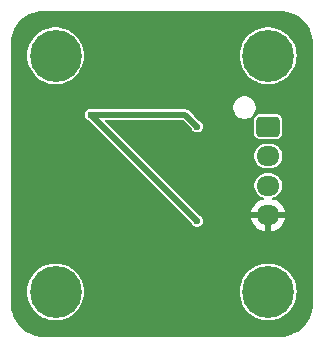
<source format=gbl>
%TF.GenerationSoftware,KiCad,Pcbnew,8.0.2*%
%TF.CreationDate,2024-12-26T16:28:57-05:00*%
%TF.ProjectId,Lumen Sensor,4c756d65-6e20-4536-956e-736f722e6b69,rev?*%
%TF.SameCoordinates,Original*%
%TF.FileFunction,Copper,L4,Bot*%
%TF.FilePolarity,Positive*%
%FSLAX46Y46*%
G04 Gerber Fmt 4.6, Leading zero omitted, Abs format (unit mm)*
G04 Created by KiCad (PCBNEW 8.0.2) date 2024-12-26 16:28:57*
%MOMM*%
%LPD*%
G01*
G04 APERTURE LIST*
G04 Aperture macros list*
%AMRoundRect*
0 Rectangle with rounded corners*
0 $1 Rounding radius*
0 $2 $3 $4 $5 $6 $7 $8 $9 X,Y pos of 4 corners*
0 Add a 4 corners polygon primitive as box body*
4,1,4,$2,$3,$4,$5,$6,$7,$8,$9,$2,$3,0*
0 Add four circle primitives for the rounded corners*
1,1,$1+$1,$2,$3*
1,1,$1+$1,$4,$5*
1,1,$1+$1,$6,$7*
1,1,$1+$1,$8,$9*
0 Add four rect primitives between the rounded corners*
20,1,$1+$1,$2,$3,$4,$5,0*
20,1,$1+$1,$4,$5,$6,$7,0*
20,1,$1+$1,$6,$7,$8,$9,0*
20,1,$1+$1,$8,$9,$2,$3,0*%
G04 Aperture macros list end*
%TA.AperFunction,ComponentPad*%
%ADD10C,4.400000*%
%TD*%
%TA.AperFunction,ComponentPad*%
%ADD11RoundRect,0.250000X-0.725000X0.600000X-0.725000X-0.600000X0.725000X-0.600000X0.725000X0.600000X0*%
%TD*%
%TA.AperFunction,ComponentPad*%
%ADD12O,1.950000X1.700000*%
%TD*%
%TA.AperFunction,ViaPad*%
%ADD13C,0.600000*%
%TD*%
%TA.AperFunction,Conductor*%
%ADD14C,0.500000*%
%TD*%
G04 APERTURE END LIST*
D10*
%TO.P,H2,1*%
%TO.N,N/C*%
X117000000Y-45000000D03*
%TD*%
%TO.P,H4,1*%
%TO.N,N/C*%
X117000000Y-65000000D03*
%TD*%
D11*
%TO.P,J1,1,Pin_1*%
%TO.N,VIN*%
X117000000Y-51000000D03*
D12*
%TO.P,J1,2,Pin_2*%
%TO.N,/Lumen Board/I2C.SDA*%
X117000000Y-53500000D03*
%TO.P,J1,3,Pin_3*%
%TO.N,/Lumen Board/I2C.SCL*%
X117000000Y-56000000D03*
%TO.P,J1,4,Pin_4*%
%TO.N,GND*%
X117000000Y-58500000D03*
%TD*%
D10*
%TO.P,H3,1*%
%TO.N,N/C*%
X99000000Y-65000000D03*
%TD*%
%TO.P,H1,1*%
%TO.N,N/C*%
X99000000Y-45000000D03*
%TD*%
D13*
%TO.N,GND*%
X96000000Y-61000000D03*
X120000000Y-53000000D03*
X96000000Y-63000000D03*
X96000000Y-57000000D03*
X103000000Y-42000000D03*
X104000000Y-49000000D03*
X111000000Y-68000000D03*
X115000000Y-60000000D03*
X109000000Y-64000000D03*
X98000000Y-60000000D03*
X114000000Y-66000000D03*
X110000000Y-66000000D03*
X100000000Y-51000000D03*
X103000000Y-68000000D03*
X115100000Y-52400000D03*
X112600000Y-57400000D03*
X98000000Y-62000000D03*
X107000000Y-52000000D03*
X111000000Y-42000000D03*
X108000000Y-66000000D03*
X120000000Y-57000000D03*
X110000000Y-48000000D03*
X110000000Y-62000000D03*
X107000000Y-64000000D03*
X100000000Y-49000000D03*
X102000000Y-66000000D03*
X120000000Y-55000000D03*
X107000000Y-68000000D03*
X112600000Y-52300000D03*
X96000000Y-59000000D03*
X96000000Y-49000000D03*
X108000000Y-62000000D03*
X120000000Y-59000000D03*
X113000000Y-68000000D03*
X109000000Y-68000000D03*
X120000000Y-65000000D03*
X99000000Y-42000000D03*
X120000000Y-63000000D03*
X105000000Y-48000000D03*
X103000000Y-64000000D03*
X119100000Y-67100000D03*
X96000000Y-47000000D03*
X105000000Y-64000000D03*
X116000000Y-62000000D03*
X106000000Y-66000000D03*
X114000000Y-62000000D03*
X104000000Y-62000000D03*
X111000000Y-64000000D03*
X107000000Y-60000000D03*
X101000000Y-68000000D03*
X114000000Y-45000000D03*
X96900000Y-67100000D03*
X118000000Y-62000000D03*
X105000000Y-68000000D03*
X96000000Y-51000000D03*
X100000000Y-58000000D03*
X112000000Y-62000000D03*
X112000000Y-66000000D03*
X120000000Y-51000000D03*
X108000000Y-58000000D03*
X96000000Y-65000000D03*
X103000000Y-60000000D03*
X109000000Y-52000000D03*
X119100000Y-42900000D03*
X96000000Y-55000000D03*
X113000000Y-42000000D03*
X115000000Y-42000000D03*
X120000000Y-45000000D03*
X98000000Y-48000000D03*
X117000000Y-48000000D03*
X115000000Y-68000000D03*
X111000000Y-60000000D03*
X107000000Y-42000000D03*
X98000000Y-50000000D03*
X98000000Y-52000000D03*
X99000000Y-68000000D03*
X96000000Y-53000000D03*
X117000000Y-68000000D03*
X105000000Y-60000000D03*
X102000000Y-53000000D03*
X105000000Y-57000000D03*
X105000000Y-42000000D03*
X120000000Y-49000000D03*
X113000000Y-60000000D03*
X109000000Y-60000000D03*
X115400000Y-57400000D03*
X106000000Y-62000000D03*
X120000000Y-47000000D03*
X117000000Y-42000000D03*
X96000000Y-45000000D03*
X101000000Y-42000000D03*
X104000000Y-47000000D03*
X113000000Y-64000000D03*
X106000000Y-58000000D03*
X120000000Y-61000000D03*
X109000000Y-42000000D03*
X102000000Y-62000000D03*
X100000000Y-61000000D03*
X96900000Y-42900000D03*
X104000000Y-66000000D03*
%TO.N,3V3*%
X111000000Y-59000000D03*
X102000000Y-50000000D03*
X111000000Y-51000000D03*
%TD*%
D14*
%TO.N,3V3*%
X110000000Y-50000000D02*
X102000000Y-50000000D01*
X111000000Y-51000000D02*
X110000000Y-50000000D01*
X102000000Y-50000000D02*
X111000000Y-59000000D01*
%TD*%
%TA.AperFunction,Conductor*%
%TO.N,GND*%
G36*
X118002065Y-41200614D02*
G01*
X118309309Y-41217869D01*
X118317543Y-41218798D01*
X118618855Y-41269992D01*
X118626923Y-41271833D01*
X118920633Y-41356450D01*
X118928447Y-41359184D01*
X119210817Y-41476146D01*
X119218293Y-41479746D01*
X119485784Y-41627583D01*
X119492811Y-41631999D01*
X119742070Y-41808858D01*
X119748558Y-41814031D01*
X119976452Y-42017689D01*
X119982319Y-42023557D01*
X120185970Y-42251442D01*
X120191133Y-42257914D01*
X120346338Y-42476656D01*
X120368001Y-42507187D01*
X120372416Y-42514214D01*
X120520253Y-42781705D01*
X120523853Y-42789181D01*
X120640811Y-43071542D01*
X120643552Y-43079375D01*
X120728161Y-43373063D01*
X120730007Y-43381153D01*
X120781200Y-43682449D01*
X120782130Y-43690696D01*
X120799384Y-43997915D01*
X120799500Y-44002064D01*
X120799501Y-65960119D01*
X120799501Y-65997917D01*
X120799385Y-66002066D01*
X120782130Y-66309303D01*
X120781200Y-66317549D01*
X120730009Y-66618844D01*
X120728163Y-66626935D01*
X120643552Y-66920624D01*
X120640811Y-66928457D01*
X120523853Y-67210817D01*
X120520253Y-67218293D01*
X120372413Y-67485791D01*
X120367997Y-67492818D01*
X120191146Y-67742065D01*
X120185973Y-67748553D01*
X119982315Y-67976447D01*
X119976447Y-67982315D01*
X119748553Y-68185973D01*
X119742065Y-68191146D01*
X119492818Y-68367997D01*
X119485791Y-68372413D01*
X119218293Y-68520253D01*
X119210817Y-68523853D01*
X118928457Y-68640811D01*
X118920624Y-68643552D01*
X118626935Y-68728163D01*
X118618844Y-68730009D01*
X118317549Y-68781200D01*
X118309303Y-68782130D01*
X118002067Y-68799385D01*
X117997918Y-68799501D01*
X98002079Y-68799501D01*
X97997930Y-68799385D01*
X97690695Y-68782132D01*
X97682448Y-68781202D01*
X97381150Y-68730009D01*
X97373060Y-68728163D01*
X97079373Y-68643554D01*
X97071540Y-68640813D01*
X96789180Y-68523855D01*
X96781704Y-68520255D01*
X96514207Y-68372415D01*
X96507180Y-68367999D01*
X96257932Y-68191147D01*
X96251445Y-68185974D01*
X96023551Y-67982317D01*
X96017682Y-67976448D01*
X95814025Y-67748554D01*
X95808852Y-67742067D01*
X95632000Y-67492819D01*
X95631999Y-67492818D01*
X95631996Y-67492813D01*
X95627588Y-67485799D01*
X95479743Y-67218293D01*
X95476144Y-67210819D01*
X95401584Y-67030816D01*
X95359182Y-66928449D01*
X95356448Y-66920636D01*
X95271835Y-66626935D01*
X95269990Y-66618849D01*
X95269989Y-66618844D01*
X95218796Y-66317545D01*
X95217867Y-66309304D01*
X95209411Y-66158737D01*
X95200615Y-66002103D01*
X95200499Y-65997954D01*
X95200499Y-64999999D01*
X96594754Y-64999999D01*
X96594754Y-65000000D01*
X96613719Y-65301447D01*
X96613722Y-65301470D01*
X96670318Y-65598157D01*
X96670322Y-65598173D01*
X96763654Y-65885419D01*
X96763656Y-65885423D01*
X96763658Y-65885427D01*
X96763659Y-65885430D01*
X96798805Y-65960119D01*
X96892267Y-66158737D01*
X97054114Y-66413767D01*
X97246647Y-66646500D01*
X97246650Y-66646502D01*
X97246651Y-66646504D01*
X97466838Y-66853274D01*
X97711205Y-67030816D01*
X97975896Y-67176332D01*
X98072697Y-67214658D01*
X98256730Y-67287522D01*
X98256734Y-67287524D01*
X98256738Y-67287525D01*
X98549302Y-67362642D01*
X98549298Y-67362642D01*
X98848965Y-67400499D01*
X98848972Y-67400500D01*
X98848973Y-67400500D01*
X99151028Y-67400500D01*
X99151031Y-67400499D01*
X99450698Y-67362642D01*
X99743262Y-67287525D01*
X100024104Y-67176332D01*
X100288795Y-67030816D01*
X100533162Y-66853274D01*
X100753349Y-66646504D01*
X100945885Y-66413768D01*
X101107733Y-66158736D01*
X101236341Y-65885430D01*
X101329681Y-65598160D01*
X101386280Y-65301457D01*
X101405246Y-65000000D01*
X101405246Y-64999999D01*
X114594754Y-64999999D01*
X114594754Y-65000000D01*
X114613719Y-65301447D01*
X114613722Y-65301470D01*
X114670318Y-65598157D01*
X114670322Y-65598173D01*
X114763654Y-65885419D01*
X114763656Y-65885423D01*
X114763658Y-65885427D01*
X114763659Y-65885430D01*
X114798805Y-65960119D01*
X114892267Y-66158737D01*
X115054114Y-66413767D01*
X115246647Y-66646500D01*
X115246650Y-66646502D01*
X115246651Y-66646504D01*
X115466838Y-66853274D01*
X115711205Y-67030816D01*
X115975896Y-67176332D01*
X116072697Y-67214658D01*
X116256730Y-67287522D01*
X116256734Y-67287524D01*
X116256738Y-67287525D01*
X116549302Y-67362642D01*
X116549298Y-67362642D01*
X116848965Y-67400499D01*
X116848972Y-67400500D01*
X116848973Y-67400500D01*
X117151028Y-67400500D01*
X117151031Y-67400499D01*
X117450698Y-67362642D01*
X117743262Y-67287525D01*
X118024104Y-67176332D01*
X118288795Y-67030816D01*
X118533162Y-66853274D01*
X118753349Y-66646504D01*
X118945885Y-66413768D01*
X119107733Y-66158736D01*
X119236341Y-65885430D01*
X119329681Y-65598160D01*
X119386280Y-65301457D01*
X119405246Y-65000000D01*
X119386280Y-64698543D01*
X119329681Y-64401840D01*
X119329678Y-64401833D01*
X119329677Y-64401826D01*
X119236345Y-64114580D01*
X119236343Y-64114576D01*
X119236342Y-64114575D01*
X119236341Y-64114570D01*
X119107733Y-63841264D01*
X118945885Y-63586232D01*
X118753352Y-63353499D01*
X118753349Y-63353496D01*
X118533162Y-63146726D01*
X118431191Y-63072640D01*
X118288800Y-62969187D01*
X118024104Y-62823668D01*
X118024097Y-62823665D01*
X117743269Y-62712477D01*
X117743265Y-62712475D01*
X117450696Y-62637357D01*
X117450701Y-62637357D01*
X117151034Y-62599500D01*
X117151027Y-62599500D01*
X116848973Y-62599500D01*
X116848965Y-62599500D01*
X116549301Y-62637357D01*
X116256734Y-62712475D01*
X116256730Y-62712477D01*
X115975902Y-62823665D01*
X115975895Y-62823668D01*
X115711199Y-62969187D01*
X115466839Y-63146725D01*
X115246647Y-63353499D01*
X115054114Y-63586232D01*
X114892267Y-63841262D01*
X114763656Y-64114576D01*
X114763654Y-64114580D01*
X114670322Y-64401826D01*
X114670318Y-64401842D01*
X114613722Y-64698529D01*
X114613719Y-64698552D01*
X114594754Y-64999999D01*
X101405246Y-64999999D01*
X101386280Y-64698543D01*
X101329681Y-64401840D01*
X101329678Y-64401833D01*
X101329677Y-64401826D01*
X101236345Y-64114580D01*
X101236343Y-64114576D01*
X101236342Y-64114575D01*
X101236341Y-64114570D01*
X101107733Y-63841264D01*
X100945885Y-63586232D01*
X100753352Y-63353499D01*
X100753349Y-63353496D01*
X100533162Y-63146726D01*
X100431191Y-63072640D01*
X100288800Y-62969187D01*
X100024104Y-62823668D01*
X100024097Y-62823665D01*
X99743269Y-62712477D01*
X99743265Y-62712475D01*
X99450696Y-62637357D01*
X99450701Y-62637357D01*
X99151034Y-62599500D01*
X99151027Y-62599500D01*
X98848973Y-62599500D01*
X98848965Y-62599500D01*
X98549301Y-62637357D01*
X98256734Y-62712475D01*
X98256730Y-62712477D01*
X97975902Y-62823665D01*
X97975895Y-62823668D01*
X97711199Y-62969187D01*
X97466839Y-63146725D01*
X97246647Y-63353499D01*
X97054114Y-63586232D01*
X96892267Y-63841262D01*
X96763656Y-64114576D01*
X96763654Y-64114580D01*
X96670322Y-64401826D01*
X96670318Y-64401842D01*
X96613722Y-64698529D01*
X96613719Y-64698552D01*
X96594754Y-64999999D01*
X95200499Y-64999999D01*
X95200499Y-55069059D01*
X95200499Y-50000000D01*
X101494353Y-50000000D01*
X101514834Y-50142454D01*
X101514834Y-50142455D01*
X101514835Y-50142457D01*
X101535231Y-50187118D01*
X101574623Y-50273373D01*
X101668868Y-50382139D01*
X101668869Y-50382140D01*
X101668872Y-50382143D01*
X101775238Y-50450500D01*
X101789947Y-50459953D01*
X101818403Y-50468308D01*
X101849882Y-50486985D01*
X110513363Y-59150466D01*
X110528349Y-59172051D01*
X110574621Y-59273371D01*
X110668868Y-59382139D01*
X110668869Y-59382140D01*
X110668872Y-59382143D01*
X110789947Y-59459953D01*
X110896403Y-59491211D01*
X110928035Y-59500499D01*
X110928037Y-59500500D01*
X110928039Y-59500500D01*
X111071963Y-59500500D01*
X111071964Y-59500499D01*
X111210053Y-59459953D01*
X111331128Y-59382143D01*
X111425377Y-59273373D01*
X111485165Y-59142457D01*
X111505647Y-59000000D01*
X111485165Y-58857543D01*
X111425377Y-58726627D01*
X111401814Y-58699434D01*
X111331131Y-58617860D01*
X111331129Y-58617859D01*
X111331128Y-58617857D01*
X111210053Y-58540047D01*
X111181593Y-58531690D01*
X111150117Y-58513014D01*
X110887103Y-58250000D01*
X115547769Y-58250000D01*
X116595854Y-58250000D01*
X116557370Y-58316657D01*
X116525000Y-58437465D01*
X116525000Y-58562535D01*
X116557370Y-58683343D01*
X116595854Y-58750000D01*
X115547769Y-58750000D01*
X115558241Y-58816122D01*
X115558244Y-58816136D01*
X115623904Y-59018217D01*
X115623906Y-59018221D01*
X115720375Y-59207550D01*
X115720378Y-59207556D01*
X115845274Y-59379461D01*
X115845283Y-59379471D01*
X115995529Y-59529717D01*
X115995538Y-59529725D01*
X116167443Y-59654621D01*
X116167449Y-59654624D01*
X116356778Y-59751093D01*
X116356782Y-59751095D01*
X116558863Y-59816755D01*
X116558876Y-59816758D01*
X116749998Y-59847029D01*
X116750000Y-59847028D01*
X116750000Y-58904145D01*
X116816657Y-58942630D01*
X116937465Y-58975000D01*
X117062535Y-58975000D01*
X117183343Y-58942630D01*
X117250000Y-58904145D01*
X117250000Y-59847028D01*
X117250001Y-59847029D01*
X117441123Y-59816758D01*
X117441136Y-59816755D01*
X117643217Y-59751095D01*
X117643221Y-59751093D01*
X117832550Y-59654624D01*
X117832556Y-59654621D01*
X118004461Y-59529725D01*
X118004471Y-59529717D01*
X118154717Y-59379471D01*
X118154725Y-59379461D01*
X118279621Y-59207556D01*
X118279624Y-59207550D01*
X118376093Y-59018221D01*
X118376095Y-59018217D01*
X118441755Y-58816136D01*
X118441758Y-58816122D01*
X118452231Y-58750000D01*
X117404146Y-58750000D01*
X117442630Y-58683343D01*
X117475000Y-58562535D01*
X117475000Y-58437465D01*
X117442630Y-58316657D01*
X117404146Y-58250000D01*
X118452230Y-58250000D01*
X118441758Y-58183877D01*
X118441755Y-58183863D01*
X118376095Y-57981782D01*
X118376093Y-57981778D01*
X118279624Y-57792449D01*
X118279621Y-57792443D01*
X118154725Y-57620538D01*
X118154717Y-57620529D01*
X118004471Y-57470283D01*
X118004461Y-57470274D01*
X117832556Y-57345378D01*
X117832550Y-57345375D01*
X117643221Y-57248906D01*
X117643217Y-57248904D01*
X117441136Y-57183244D01*
X117441125Y-57183242D01*
X117360501Y-57170472D01*
X117312210Y-57140879D01*
X117298989Y-57085806D01*
X117328582Y-57037515D01*
X117357640Y-57024805D01*
X117431420Y-57010130D01*
X117622598Y-56930941D01*
X117794655Y-56815977D01*
X117940977Y-56669655D01*
X118055941Y-56497598D01*
X118135130Y-56306420D01*
X118175500Y-56103465D01*
X118175500Y-55896535D01*
X118135130Y-55693580D01*
X118055941Y-55502402D01*
X117940977Y-55330345D01*
X117794655Y-55184023D01*
X117622598Y-55069059D01*
X117431420Y-54989870D01*
X117431413Y-54989868D01*
X117278516Y-54959455D01*
X117228465Y-54949500D01*
X116771535Y-54949500D01*
X116731385Y-54957486D01*
X116568586Y-54989868D01*
X116568579Y-54989870D01*
X116377401Y-55069059D01*
X116205345Y-55184022D01*
X116205344Y-55184024D01*
X116059024Y-55330344D01*
X116059022Y-55330345D01*
X115944059Y-55502401D01*
X115864870Y-55693579D01*
X115864868Y-55693586D01*
X115824500Y-55896535D01*
X115824500Y-56103464D01*
X115864868Y-56306413D01*
X115864870Y-56306420D01*
X115944059Y-56497598D01*
X116059023Y-56669655D01*
X116205345Y-56815977D01*
X116377402Y-56930941D01*
X116568580Y-57010130D01*
X116642357Y-57024805D01*
X116689450Y-57056270D01*
X116700499Y-57111819D01*
X116669034Y-57158912D01*
X116639498Y-57170472D01*
X116558874Y-57183242D01*
X116558863Y-57183244D01*
X116356782Y-57248904D01*
X116356778Y-57248906D01*
X116167449Y-57345375D01*
X116167443Y-57345378D01*
X115995538Y-57470274D01*
X115845274Y-57620538D01*
X115720378Y-57792443D01*
X115720375Y-57792449D01*
X115623906Y-57981778D01*
X115623904Y-57981782D01*
X115558244Y-58183863D01*
X115558241Y-58183877D01*
X115547769Y-58250000D01*
X110887103Y-58250000D01*
X106033638Y-53396535D01*
X115824500Y-53396535D01*
X115824500Y-53603464D01*
X115864868Y-53806413D01*
X115864870Y-53806420D01*
X115944059Y-53997598D01*
X116059023Y-54169655D01*
X116205345Y-54315977D01*
X116377402Y-54430941D01*
X116568580Y-54510130D01*
X116771535Y-54550500D01*
X116771536Y-54550500D01*
X117228464Y-54550500D01*
X117228465Y-54550500D01*
X117431420Y-54510130D01*
X117622598Y-54430941D01*
X117794655Y-54315977D01*
X117940977Y-54169655D01*
X118055941Y-53997598D01*
X118135130Y-53806420D01*
X118175500Y-53603465D01*
X118175500Y-53396535D01*
X118135130Y-53193580D01*
X118055941Y-53002402D01*
X117940977Y-52830345D01*
X117794655Y-52684023D01*
X117622598Y-52569059D01*
X117431420Y-52489870D01*
X117431413Y-52489868D01*
X117278516Y-52459455D01*
X117228465Y-52449500D01*
X116771535Y-52449500D01*
X116731385Y-52457486D01*
X116568586Y-52489868D01*
X116568579Y-52489870D01*
X116377401Y-52569059D01*
X116205345Y-52684022D01*
X116205344Y-52684024D01*
X116059024Y-52830344D01*
X116059022Y-52830345D01*
X115944059Y-53002401D01*
X115864870Y-53193579D01*
X115864868Y-53193586D01*
X115824500Y-53396535D01*
X106033638Y-53396535D01*
X103213929Y-50576826D01*
X103192255Y-50524500D01*
X103213929Y-50472174D01*
X103266255Y-50450500D01*
X109782745Y-50450500D01*
X109835071Y-50472174D01*
X110513363Y-51150466D01*
X110528349Y-51172051D01*
X110574621Y-51273371D01*
X110668868Y-51382139D01*
X110668869Y-51382140D01*
X110668872Y-51382143D01*
X110789947Y-51459953D01*
X110896403Y-51491211D01*
X110928035Y-51500499D01*
X110928037Y-51500500D01*
X110928039Y-51500500D01*
X111071963Y-51500500D01*
X111071964Y-51500499D01*
X111210053Y-51459953D01*
X111331128Y-51382143D01*
X111425377Y-51273373D01*
X111485165Y-51142457D01*
X111505647Y-51000000D01*
X111485165Y-50857543D01*
X111425377Y-50726627D01*
X111331128Y-50617857D01*
X111210053Y-50540047D01*
X111181593Y-50531690D01*
X111150117Y-50513014D01*
X110714949Y-50077846D01*
X110276614Y-49639511D01*
X110276611Y-49639509D01*
X110276610Y-49639508D01*
X110173891Y-49580203D01*
X110173889Y-49580202D01*
X110173887Y-49580201D01*
X110172585Y-49579852D01*
X110149674Y-49573712D01*
X110149674Y-49573713D01*
X110059309Y-49549500D01*
X102246490Y-49549500D01*
X102215688Y-49540453D01*
X102214870Y-49542247D01*
X102210054Y-49540048D01*
X102210053Y-49540047D01*
X102210050Y-49540046D01*
X102071964Y-49499500D01*
X102071961Y-49499500D01*
X101928039Y-49499500D01*
X101928036Y-49499500D01*
X101789949Y-49540046D01*
X101789945Y-49540047D01*
X101668875Y-49617855D01*
X101668868Y-49617860D01*
X101574623Y-49726626D01*
X101514834Y-49857545D01*
X101494353Y-50000000D01*
X95200499Y-50000000D01*
X95200499Y-49306384D01*
X114049500Y-49306384D01*
X114049500Y-49493616D01*
X114058507Y-49538902D01*
X114086025Y-49677244D01*
X114086027Y-49677251D01*
X114157678Y-49850231D01*
X114224007Y-49949500D01*
X114255883Y-49997206D01*
X114261698Y-50005908D01*
X114394092Y-50138302D01*
X114549769Y-50242322D01*
X114722749Y-50313973D01*
X114906384Y-50350500D01*
X114906385Y-50350500D01*
X115093615Y-50350500D01*
X115093616Y-50350500D01*
X115117576Y-50345734D01*
X115824500Y-50345734D01*
X115824500Y-51654266D01*
X115827354Y-51684699D01*
X115827354Y-51684701D01*
X115827355Y-51684704D01*
X115872206Y-51812881D01*
X115872207Y-51812883D01*
X115952846Y-51922146D01*
X115952853Y-51922153D01*
X116062116Y-52002792D01*
X116062118Y-52002793D01*
X116190295Y-52047644D01*
X116190301Y-52047646D01*
X116220734Y-52050500D01*
X116220741Y-52050500D01*
X117779258Y-52050500D01*
X117779266Y-52050500D01*
X117809699Y-52047646D01*
X117937882Y-52002793D01*
X118047150Y-51922150D01*
X118127793Y-51812882D01*
X118172646Y-51684699D01*
X118175500Y-51654266D01*
X118175500Y-50345734D01*
X118172646Y-50315301D01*
X118127793Y-50187118D01*
X118094830Y-50142454D01*
X118047153Y-50077853D01*
X118047146Y-50077846D01*
X117937883Y-49997207D01*
X117937881Y-49997206D01*
X117809704Y-49952355D01*
X117809705Y-49952355D01*
X117809700Y-49952354D01*
X117809699Y-49952354D01*
X117779266Y-49949500D01*
X116220734Y-49949500D01*
X116190301Y-49952354D01*
X116190299Y-49952354D01*
X116190295Y-49952355D01*
X116062118Y-49997206D01*
X116062116Y-49997207D01*
X115952853Y-50077846D01*
X115952846Y-50077853D01*
X115872207Y-50187116D01*
X115872206Y-50187118D01*
X115827355Y-50315295D01*
X115827354Y-50315299D01*
X115827354Y-50315301D01*
X115824500Y-50345734D01*
X115117576Y-50345734D01*
X115277251Y-50313973D01*
X115450231Y-50242322D01*
X115605908Y-50138302D01*
X115738302Y-50005908D01*
X115842322Y-49850231D01*
X115913973Y-49677251D01*
X115950500Y-49493616D01*
X115950500Y-49306384D01*
X115913973Y-49122749D01*
X115842322Y-48949769D01*
X115738302Y-48794092D01*
X115605908Y-48661698D01*
X115450231Y-48557678D01*
X115450228Y-48557676D01*
X115450227Y-48557676D01*
X115277251Y-48486027D01*
X115277244Y-48486025D01*
X115138902Y-48458507D01*
X115093616Y-48449500D01*
X114906384Y-48449500D01*
X114870056Y-48456725D01*
X114722755Y-48486025D01*
X114722748Y-48486027D01*
X114549772Y-48557676D01*
X114394092Y-48661697D01*
X114394091Y-48661699D01*
X114261699Y-48794091D01*
X114261697Y-48794092D01*
X114157676Y-48949772D01*
X114086027Y-49122748D01*
X114086025Y-49122755D01*
X114049500Y-49306384D01*
X95200499Y-49306384D01*
X95200499Y-44999999D01*
X96594754Y-44999999D01*
X96594754Y-45000000D01*
X96613719Y-45301447D01*
X96613722Y-45301470D01*
X96670318Y-45598157D01*
X96670322Y-45598173D01*
X96763654Y-45885419D01*
X96763656Y-45885423D01*
X96892267Y-46158737D01*
X97054114Y-46413767D01*
X97246647Y-46646500D01*
X97246650Y-46646502D01*
X97246651Y-46646504D01*
X97466838Y-46853274D01*
X97711205Y-47030816D01*
X97975896Y-47176332D01*
X98170142Y-47253239D01*
X98256730Y-47287522D01*
X98256734Y-47287524D01*
X98256738Y-47287525D01*
X98549302Y-47362642D01*
X98549298Y-47362642D01*
X98848965Y-47400499D01*
X98848972Y-47400500D01*
X98848973Y-47400500D01*
X99151028Y-47400500D01*
X99151031Y-47400499D01*
X99450698Y-47362642D01*
X99743262Y-47287525D01*
X100024104Y-47176332D01*
X100288795Y-47030816D01*
X100533162Y-46853274D01*
X100753349Y-46646504D01*
X100945885Y-46413768D01*
X101107733Y-46158736D01*
X101236341Y-45885430D01*
X101329681Y-45598160D01*
X101386280Y-45301457D01*
X101405246Y-45000000D01*
X101405246Y-44999999D01*
X114594754Y-44999999D01*
X114594754Y-45000000D01*
X114613719Y-45301447D01*
X114613722Y-45301470D01*
X114670318Y-45598157D01*
X114670322Y-45598173D01*
X114763654Y-45885419D01*
X114763656Y-45885423D01*
X114892267Y-46158737D01*
X115054114Y-46413767D01*
X115246647Y-46646500D01*
X115246650Y-46646502D01*
X115246651Y-46646504D01*
X115466838Y-46853274D01*
X115711205Y-47030816D01*
X115975896Y-47176332D01*
X116170142Y-47253239D01*
X116256730Y-47287522D01*
X116256734Y-47287524D01*
X116256738Y-47287525D01*
X116549302Y-47362642D01*
X116549298Y-47362642D01*
X116848965Y-47400499D01*
X116848972Y-47400500D01*
X116848973Y-47400500D01*
X117151028Y-47400500D01*
X117151031Y-47400499D01*
X117450698Y-47362642D01*
X117743262Y-47287525D01*
X118024104Y-47176332D01*
X118288795Y-47030816D01*
X118533162Y-46853274D01*
X118753349Y-46646504D01*
X118945885Y-46413768D01*
X119107733Y-46158736D01*
X119236341Y-45885430D01*
X119329681Y-45598160D01*
X119386280Y-45301457D01*
X119405246Y-45000000D01*
X119386280Y-44698543D01*
X119329681Y-44401840D01*
X119329678Y-44401833D01*
X119329677Y-44401826D01*
X119236345Y-44114580D01*
X119236343Y-44114576D01*
X119236342Y-44114575D01*
X119236341Y-44114570D01*
X119107733Y-43841264D01*
X118945885Y-43586232D01*
X118776229Y-43381153D01*
X118753352Y-43353499D01*
X118558491Y-43170512D01*
X118533162Y-43146726D01*
X118429680Y-43071542D01*
X118288800Y-42969187D01*
X118074673Y-42851469D01*
X118024104Y-42823668D01*
X118024097Y-42823665D01*
X117743269Y-42712477D01*
X117743265Y-42712475D01*
X117450696Y-42637357D01*
X117450701Y-42637357D01*
X117151034Y-42599500D01*
X117151027Y-42599500D01*
X116848973Y-42599500D01*
X116848965Y-42599500D01*
X116549301Y-42637357D01*
X116256734Y-42712475D01*
X116256730Y-42712477D01*
X115975902Y-42823665D01*
X115975895Y-42823668D01*
X115711199Y-42969187D01*
X115466839Y-43146725D01*
X115246647Y-43353499D01*
X115054114Y-43586232D01*
X114892267Y-43841262D01*
X114763656Y-44114576D01*
X114763654Y-44114580D01*
X114670322Y-44401826D01*
X114670318Y-44401842D01*
X114613722Y-44698529D01*
X114613719Y-44698552D01*
X114594754Y-44999999D01*
X101405246Y-44999999D01*
X101386280Y-44698543D01*
X101329681Y-44401840D01*
X101329678Y-44401833D01*
X101329677Y-44401826D01*
X101236345Y-44114580D01*
X101236343Y-44114576D01*
X101236342Y-44114575D01*
X101236341Y-44114570D01*
X101107733Y-43841264D01*
X100945885Y-43586232D01*
X100776229Y-43381153D01*
X100753352Y-43353499D01*
X100558491Y-43170512D01*
X100533162Y-43146726D01*
X100429680Y-43071542D01*
X100288800Y-42969187D01*
X100074673Y-42851469D01*
X100024104Y-42823668D01*
X100024097Y-42823665D01*
X99743269Y-42712477D01*
X99743265Y-42712475D01*
X99450696Y-42637357D01*
X99450701Y-42637357D01*
X99151034Y-42599500D01*
X99151027Y-42599500D01*
X98848973Y-42599500D01*
X98848965Y-42599500D01*
X98549301Y-42637357D01*
X98256734Y-42712475D01*
X98256730Y-42712477D01*
X97975902Y-42823665D01*
X97975895Y-42823668D01*
X97711199Y-42969187D01*
X97466839Y-43146725D01*
X97246647Y-43353499D01*
X97054114Y-43586232D01*
X96892267Y-43841262D01*
X96763656Y-44114576D01*
X96763654Y-44114580D01*
X96670322Y-44401826D01*
X96670318Y-44401842D01*
X96613722Y-44698529D01*
X96613719Y-44698552D01*
X96594754Y-44999999D01*
X95200499Y-44999999D01*
X95200499Y-44002011D01*
X95200613Y-43997933D01*
X95217870Y-43690684D01*
X95218797Y-43682460D01*
X95269993Y-43381139D01*
X95271832Y-43373079D01*
X95356452Y-43079360D01*
X95359182Y-43071557D01*
X95476148Y-42789175D01*
X95479742Y-42781713D01*
X95627595Y-42514193D01*
X95631992Y-42507195D01*
X95808860Y-42257924D01*
X95814017Y-42251456D01*
X96017697Y-42023538D01*
X96023538Y-42017697D01*
X96251456Y-41814017D01*
X96257928Y-41808858D01*
X96507195Y-41631992D01*
X96514193Y-41627595D01*
X96781713Y-41479742D01*
X96789175Y-41476148D01*
X97071557Y-41359182D01*
X97079360Y-41356452D01*
X97373079Y-41271832D01*
X97381139Y-41269993D01*
X97682458Y-41218798D01*
X97690688Y-41217869D01*
X97997933Y-41200614D01*
X98002082Y-41200499D01*
X98039881Y-41200499D01*
X117960118Y-41200499D01*
X117997917Y-41200499D01*
X118002065Y-41200614D01*
G37*
%TD.AperFunction*%
%TD*%
M02*

</source>
